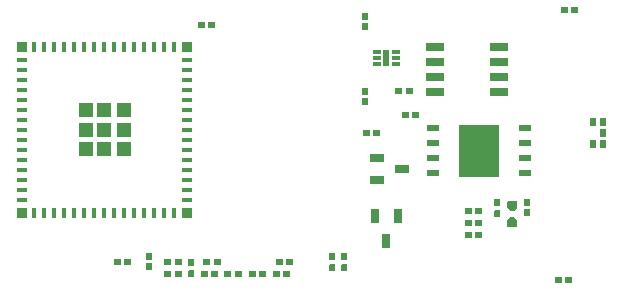
<source format=gbp>
G04 Layer: BottomPasteMaskLayer*
G04 EasyEDA v6.5.39, 2023-12-28 21:15:06*
G04 35ff57de02ea422eb169f7c644e1f47a,fc83978cdc934b7da63e149a84a413c2,10*
G04 Gerber Generator version 0.2*
G04 Scale: 100 percent, Rotated: No, Reflected: No *
G04 Dimensions in millimeters *
G04 leading zeros omitted , absolute positions ,4 integer and 5 decimal *
%FSLAX45Y45*%
%MOMM*%

%AMMACRO1*21,1,$1,$2,0,0,$3*%
%AMMACRO2*4,1,4,-0.4001,0.2,-0.4001,-0.2,0.4001,-0.2,0.4001,0.2,-0.4001,0.2,0*%
%AMMACRO3*4,1,4,-0.4001,0.1999,-0.4001,-0.1999,0.4001,-0.1999,0.4001,0.1999,-0.4001,0.1999,0*%
%AMMACRO4*4,1,4,-0.4001,0.2,-0.4001,-0.2,0.4,-0.2,0.4,0.2,-0.4001,0.2,0*%
%AMMACRO5*4,1,4,-0.4001,0.1999,-0.4001,-0.1999,0.4,-0.1999,0.4,0.1999,-0.4001,0.1999,0*%
%ADD10MACRO1,0.8001X0.8001X-90.0000*%
%ADD11MACRO1,0.8001X0.4001X-90.0000*%
%ADD12MACRO1,0.8001X0.4X-90.0000*%
%ADD13MACRO2*%
%ADD14MACRO3*%
%ADD15MACRO4*%
%ADD16MACRO5*%
%ADD17MACRO1,1.1999X1.1999X-90.0000*%
%ADD18MACRO1,0.7X0.3X0.0000*%
%ADD19MACRO1,1.3099X0.5499X-90.0000*%
%ADD20MACRO1,1.4999X0.65X0.0000*%
%ADD21MACRO1,0.95X0.4501X0.0000*%
%ADD22MACRO1,4.35X3.4501X-90.0000*%
%ADD23MACRO1,0.5999X0.522X90.0000*%
%ADD24MACRO1,1.1999X0.65X-90.0000*%
%ADD25MACRO1,1.1999X0.65X0.0000*%
%ADD26C,0.0111*%

%LPD*%
G36*
X2684526Y-658774D02*
G01*
X2680512Y-662787D01*
X2680512Y-708812D01*
X2684526Y-712774D01*
X2734564Y-712774D01*
X2738577Y-708812D01*
X2738577Y-662787D01*
X2734564Y-658774D01*
G37*
G36*
X2599436Y-658774D02*
G01*
X2595422Y-662787D01*
X2595422Y-708812D01*
X2599436Y-712774D01*
X2649524Y-712774D01*
X2653487Y-708812D01*
X2653487Y-662787D01*
X2649524Y-658774D01*
G37*
G36*
X2314600Y-2664917D02*
G01*
X2309622Y-2669895D01*
X2309622Y-2714904D01*
X2314600Y-2719882D01*
X2362606Y-2719882D01*
X2369616Y-2714904D01*
X2369616Y-2669895D01*
X2362606Y-2664917D01*
G37*
G36*
X2412593Y-2664917D02*
G01*
X2405583Y-2669895D01*
X2405583Y-2714904D01*
X2412593Y-2719882D01*
X2460599Y-2719882D01*
X2465578Y-2714904D01*
X2465578Y-2669895D01*
X2460599Y-2664917D01*
G37*
G36*
X2161387Y-2620822D02*
G01*
X2157425Y-2624836D01*
X2157425Y-2674874D01*
X2161387Y-2678887D01*
X2207412Y-2678887D01*
X2211425Y-2674874D01*
X2211425Y-2624836D01*
X2207412Y-2620822D01*
G37*
G36*
X2161387Y-2705912D02*
G01*
X2157425Y-2709875D01*
X2157425Y-2759964D01*
X2161387Y-2763977D01*
X2207412Y-2763977D01*
X2211425Y-2759964D01*
X2211425Y-2709875D01*
X2207412Y-2705912D01*
G37*
G36*
X5108295Y-2157171D02*
G01*
X5103317Y-2162200D01*
X5103317Y-2210206D01*
X5108295Y-2217216D01*
X5153304Y-2217216D01*
X5158282Y-2210206D01*
X5158282Y-2162200D01*
X5153304Y-2157171D01*
G37*
G36*
X5108295Y-2253183D02*
G01*
X5103317Y-2260193D01*
X5103317Y-2308199D01*
X5108295Y-2313178D01*
X5153304Y-2313178D01*
X5158282Y-2308199D01*
X5158282Y-2260193D01*
X5153304Y-2253183D01*
G37*
G36*
X5244439Y-2311146D02*
G01*
X5215077Y-2338578D01*
X5215077Y-2388920D01*
X5221478Y-2395321D01*
X5295087Y-2395321D01*
X5301488Y-2388920D01*
X5301488Y-2338578D01*
X5272074Y-2311146D01*
G37*
G36*
X5222595Y-2175459D02*
G01*
X5216194Y-2181860D01*
X5216194Y-2232152D01*
X5245557Y-2259584D01*
X5273243Y-2259584D01*
X5302605Y-2232152D01*
X5302605Y-2181860D01*
X5296204Y-2175459D01*
G37*
G36*
X5361787Y-2163622D02*
G01*
X5357825Y-2167636D01*
X5357825Y-2217674D01*
X5361787Y-2221687D01*
X5407812Y-2221687D01*
X5411825Y-2217674D01*
X5411825Y-2167636D01*
X5407812Y-2163622D01*
G37*
G36*
X5361787Y-2248712D02*
G01*
X5357825Y-2252675D01*
X5357825Y-2302764D01*
X5361787Y-2306777D01*
X5407812Y-2306777D01*
X5411825Y-2302764D01*
X5411825Y-2252675D01*
X5407812Y-2248712D01*
G37*
G36*
X4270400Y-1217117D02*
G01*
X4265422Y-1222095D01*
X4265422Y-1267104D01*
X4270400Y-1272082D01*
X4318406Y-1272082D01*
X4325416Y-1267104D01*
X4325416Y-1222095D01*
X4318406Y-1217117D01*
G37*
G36*
X4368393Y-1217117D02*
G01*
X4361383Y-1222095D01*
X4361383Y-1267104D01*
X4368393Y-1272082D01*
X4416399Y-1272082D01*
X4421378Y-1267104D01*
X4421378Y-1222095D01*
X4416399Y-1217117D01*
G37*
G36*
X4326636Y-1420774D02*
G01*
X4322622Y-1424787D01*
X4322622Y-1470812D01*
X4326636Y-1474774D01*
X4376724Y-1474774D01*
X4380687Y-1470812D01*
X4380687Y-1424787D01*
X4376724Y-1420774D01*
G37*
G36*
X4411726Y-1420774D02*
G01*
X4407712Y-1424787D01*
X4407712Y-1470812D01*
X4411726Y-1474774D01*
X4461764Y-1474774D01*
X4465777Y-1470812D01*
X4465777Y-1424787D01*
X4461764Y-1420774D01*
G37*
G36*
X4945126Y-2436774D02*
G01*
X4941112Y-2440787D01*
X4941112Y-2486812D01*
X4945126Y-2490774D01*
X4995164Y-2490774D01*
X4999177Y-2486812D01*
X4999177Y-2440787D01*
X4995164Y-2436774D01*
G37*
G36*
X4860036Y-2436774D02*
G01*
X4856022Y-2440787D01*
X4856022Y-2486812D01*
X4860036Y-2490774D01*
X4910124Y-2490774D01*
X4914087Y-2486812D01*
X4914087Y-2440787D01*
X4910124Y-2436774D01*
G37*
G36*
X4945126Y-2233574D02*
G01*
X4941112Y-2237587D01*
X4941112Y-2283612D01*
X4945126Y-2287574D01*
X4995164Y-2287574D01*
X4999177Y-2283612D01*
X4999177Y-2237587D01*
X4995164Y-2233574D01*
G37*
G36*
X4860036Y-2233574D02*
G01*
X4856022Y-2237587D01*
X4856022Y-2283612D01*
X4860036Y-2287574D01*
X4910124Y-2287574D01*
X4914087Y-2283612D01*
X4914087Y-2237587D01*
X4910124Y-2233574D01*
G37*
G36*
X3990187Y-1308912D02*
G01*
X3986225Y-1312875D01*
X3986225Y-1362964D01*
X3990187Y-1366977D01*
X4036212Y-1366977D01*
X4040225Y-1362964D01*
X4040225Y-1312875D01*
X4036212Y-1308912D01*
G37*
G36*
X3990187Y-1223822D02*
G01*
X3986225Y-1227836D01*
X3986225Y-1277874D01*
X3990187Y-1281887D01*
X4036212Y-1281887D01*
X4040225Y-1277874D01*
X4040225Y-1227836D01*
X4036212Y-1223822D01*
G37*
G36*
X3812895Y-2614371D02*
G01*
X3807917Y-2619400D01*
X3807917Y-2667406D01*
X3812895Y-2674416D01*
X3857904Y-2674416D01*
X3862882Y-2667406D01*
X3862882Y-2619400D01*
X3857904Y-2614371D01*
G37*
G36*
X3812895Y-2710383D02*
G01*
X3807917Y-2717393D01*
X3807917Y-2765399D01*
X3812895Y-2770378D01*
X3857904Y-2770378D01*
X3862882Y-2765399D01*
X3862882Y-2717393D01*
X3857904Y-2710383D01*
G37*
G36*
X5672836Y-531774D02*
G01*
X5668822Y-535787D01*
X5668822Y-581812D01*
X5672836Y-585774D01*
X5722924Y-585774D01*
X5726887Y-581812D01*
X5726887Y-535787D01*
X5722924Y-531774D01*
G37*
G36*
X5757926Y-531774D02*
G01*
X5753912Y-535787D01*
X5753912Y-581812D01*
X5757926Y-585774D01*
X5807964Y-585774D01*
X5811977Y-581812D01*
X5811977Y-535787D01*
X5807964Y-531774D01*
G37*
G36*
X3711295Y-2710383D02*
G01*
X3706317Y-2717393D01*
X3706317Y-2765399D01*
X3711295Y-2770378D01*
X3756304Y-2770378D01*
X3761282Y-2765399D01*
X3761282Y-2717393D01*
X3756304Y-2710383D01*
G37*
G36*
X3711295Y-2614422D02*
G01*
X3706317Y-2619400D01*
X3706317Y-2667406D01*
X3711295Y-2674416D01*
X3756304Y-2674416D01*
X3761282Y-2667406D01*
X3761282Y-2619400D01*
X3756304Y-2614422D01*
G37*
G36*
X5622036Y-2817774D02*
G01*
X5618022Y-2821787D01*
X5618022Y-2867812D01*
X5622036Y-2871774D01*
X5672124Y-2871774D01*
X5676087Y-2867812D01*
X5676087Y-2821787D01*
X5672124Y-2817774D01*
G37*
G36*
X5707126Y-2817774D02*
G01*
X5703112Y-2821787D01*
X5703112Y-2867812D01*
X5707126Y-2871774D01*
X5757164Y-2871774D01*
X5761177Y-2867812D01*
X5761177Y-2821787D01*
X5757164Y-2817774D01*
G37*
G36*
X3234436Y-2766974D02*
G01*
X3230422Y-2770987D01*
X3230422Y-2817012D01*
X3234436Y-2820974D01*
X3284524Y-2820974D01*
X3288487Y-2817012D01*
X3288487Y-2770987D01*
X3284524Y-2766974D01*
G37*
G36*
X3319526Y-2766974D02*
G01*
X3315512Y-2770987D01*
X3315512Y-2817012D01*
X3319526Y-2820974D01*
X3369564Y-2820974D01*
X3373577Y-2817012D01*
X3373577Y-2770987D01*
X3369564Y-2766974D01*
G37*
G36*
X3031236Y-2766974D02*
G01*
X3027222Y-2770987D01*
X3027222Y-2817012D01*
X3031236Y-2820974D01*
X3081324Y-2820974D01*
X3085287Y-2817012D01*
X3085287Y-2770987D01*
X3081324Y-2766974D01*
G37*
G36*
X3116326Y-2766974D02*
G01*
X3112312Y-2770987D01*
X3112312Y-2817012D01*
X3116326Y-2820974D01*
X3166364Y-2820974D01*
X3170377Y-2817012D01*
X3170377Y-2770987D01*
X3166364Y-2766974D01*
G37*
G36*
X4945126Y-2335174D02*
G01*
X4941112Y-2339187D01*
X4941112Y-2385212D01*
X4945126Y-2389174D01*
X4995164Y-2389174D01*
X4999177Y-2385212D01*
X4999177Y-2339187D01*
X4995164Y-2335174D01*
G37*
G36*
X4860036Y-2335174D02*
G01*
X4856022Y-2339187D01*
X4856022Y-2385212D01*
X4860036Y-2389174D01*
X4910124Y-2389174D01*
X4914087Y-2385212D01*
X4914087Y-2339187D01*
X4910124Y-2335174D01*
G37*
G36*
X3996436Y-1573174D02*
G01*
X3992422Y-1577187D01*
X3992422Y-1623212D01*
X3996436Y-1627174D01*
X4046524Y-1627174D01*
X4050487Y-1623212D01*
X4050487Y-1577187D01*
X4046524Y-1573174D01*
G37*
G36*
X4081526Y-1573174D02*
G01*
X4077512Y-1577187D01*
X4077512Y-1623212D01*
X4081526Y-1627174D01*
X4131564Y-1627174D01*
X4135577Y-1623212D01*
X4135577Y-1577187D01*
X4131564Y-1573174D01*
G37*
G36*
X2709926Y-2766974D02*
G01*
X2705912Y-2770987D01*
X2705912Y-2817012D01*
X2709926Y-2820974D01*
X2759964Y-2820974D01*
X2763977Y-2817012D01*
X2763977Y-2770987D01*
X2759964Y-2766974D01*
G37*
G36*
X2624836Y-2766974D02*
G01*
X2620822Y-2770987D01*
X2620822Y-2817012D01*
X2624836Y-2820974D01*
X2674924Y-2820974D01*
X2678887Y-2817012D01*
X2678887Y-2770987D01*
X2674924Y-2766974D01*
G37*
G36*
X2314600Y-2766517D02*
G01*
X2309622Y-2771495D01*
X2309622Y-2816504D01*
X2314600Y-2821482D01*
X2362606Y-2821482D01*
X2369616Y-2816504D01*
X2369616Y-2771495D01*
X2362606Y-2766517D01*
G37*
G36*
X2412593Y-2766517D02*
G01*
X2405583Y-2771495D01*
X2405583Y-2816504D01*
X2412593Y-2821482D01*
X2460599Y-2821482D01*
X2465578Y-2816504D01*
X2465578Y-2771495D01*
X2460599Y-2766517D01*
G37*
G36*
X3259836Y-2665374D02*
G01*
X3255822Y-2669387D01*
X3255822Y-2715412D01*
X3259836Y-2719374D01*
X3309924Y-2719374D01*
X3313887Y-2715412D01*
X3313887Y-2669387D01*
X3309924Y-2665374D01*
G37*
G36*
X3344926Y-2665374D02*
G01*
X3340912Y-2669387D01*
X3340912Y-2715412D01*
X3344926Y-2719374D01*
X3394964Y-2719374D01*
X3398977Y-2715412D01*
X3398977Y-2669387D01*
X3394964Y-2665374D01*
G37*
G36*
X2822600Y-2766517D02*
G01*
X2817622Y-2771495D01*
X2817622Y-2816504D01*
X2822600Y-2821482D01*
X2870606Y-2821482D01*
X2877616Y-2816504D01*
X2877616Y-2771495D01*
X2870606Y-2766517D01*
G37*
G36*
X2920593Y-2766517D02*
G01*
X2913583Y-2771495D01*
X2913583Y-2816504D01*
X2920593Y-2821482D01*
X2968599Y-2821482D01*
X2973578Y-2816504D01*
X2973578Y-2771495D01*
X2968599Y-2766517D01*
G37*
G36*
X1888236Y-2665374D02*
G01*
X1884222Y-2669387D01*
X1884222Y-2715412D01*
X1888236Y-2719374D01*
X1938324Y-2719374D01*
X1942287Y-2715412D01*
X1942287Y-2669387D01*
X1938324Y-2665374D01*
G37*
G36*
X1973325Y-2665374D02*
G01*
X1969312Y-2669387D01*
X1969312Y-2715412D01*
X1973325Y-2719374D01*
X2023364Y-2719374D01*
X2027377Y-2715412D01*
X2027377Y-2669387D01*
X2023364Y-2665374D01*
G37*
G36*
X2517495Y-2665171D02*
G01*
X2512517Y-2670200D01*
X2512517Y-2718206D01*
X2517495Y-2725216D01*
X2562504Y-2725216D01*
X2567482Y-2718206D01*
X2567482Y-2670200D01*
X2562504Y-2665171D01*
G37*
G36*
X2517495Y-2761183D02*
G01*
X2512517Y-2768193D01*
X2512517Y-2816199D01*
X2517495Y-2821178D01*
X2562504Y-2821178D01*
X2567482Y-2816199D01*
X2567482Y-2768193D01*
X2562504Y-2761183D01*
G37*
G36*
X3990187Y-673912D02*
G01*
X3986225Y-677875D01*
X3986225Y-727964D01*
X3990187Y-731977D01*
X4036212Y-731977D01*
X4040225Y-727964D01*
X4040225Y-677875D01*
X4036212Y-673912D01*
G37*
G36*
X3990187Y-588822D02*
G01*
X3986225Y-592836D01*
X3986225Y-642874D01*
X3990187Y-646887D01*
X4036212Y-646887D01*
X4040225Y-642874D01*
X4040225Y-592836D01*
X4036212Y-588822D01*
G37*
G36*
X2742793Y-2664917D02*
G01*
X2735783Y-2669895D01*
X2735783Y-2714904D01*
X2742793Y-2719882D01*
X2790799Y-2719882D01*
X2795828Y-2714904D01*
X2795828Y-2669895D01*
X2790799Y-2664917D01*
G37*
G36*
X2644800Y-2664917D02*
G01*
X2639822Y-2669895D01*
X2639822Y-2714904D01*
X2644800Y-2719882D01*
X2692806Y-2719882D01*
X2699816Y-2714904D01*
X2699816Y-2669895D01*
X2692806Y-2664917D01*
G37*
D10*
G01*
X1103401Y-874801D03*
G01*
X2503398Y-874801D03*
G01*
X1103401Y-2274798D03*
G01*
X2503398Y-2274798D03*
D11*
G01*
X1208417Y-874801D03*
G01*
X1293406Y-874801D03*
D12*
G01*
X1378419Y-874801D03*
D11*
G01*
X1463408Y-874801D03*
G01*
X1548422Y-874801D03*
D12*
G01*
X1633410Y-874801D03*
G01*
X1718424Y-874801D03*
D11*
G01*
X1803412Y-874801D03*
G01*
X1888401Y-874801D03*
D12*
G01*
X1973414Y-874801D03*
D11*
G01*
X2058403Y-874801D03*
G01*
X2143417Y-874801D03*
G01*
X2228405Y-874801D03*
G01*
X2313419Y-874801D03*
D12*
G01*
X2398407Y-874801D03*
D13*
G01*
X2503398Y-979792D03*
G01*
X2503398Y-1064806D03*
G01*
X2503398Y-1149794D03*
G01*
X2503398Y-1234808D03*
G01*
X2503398Y-1319796D03*
D14*
G01*
X2503398Y-1404797D03*
D13*
G01*
X2503398Y-1489798D03*
D14*
G01*
X2503398Y-1574800D03*
D13*
G01*
X2503398Y-1659801D03*
D14*
G01*
X2503398Y-1744802D03*
D13*
G01*
X2503398Y-1829803D03*
G01*
X2503398Y-1914791D03*
G01*
X2503398Y-1999805D03*
G01*
X2503398Y-2084793D03*
G01*
X2503398Y-2169807D03*
D12*
G01*
X2398407Y-2274798D03*
D11*
G01*
X2313419Y-2274798D03*
G01*
X2228405Y-2274798D03*
G01*
X2143417Y-2274798D03*
G01*
X2058403Y-2274798D03*
D12*
G01*
X1973414Y-2274798D03*
D11*
G01*
X1888401Y-2274798D03*
G01*
X1803412Y-2274798D03*
D12*
G01*
X1718424Y-2274798D03*
G01*
X1633410Y-2274798D03*
D11*
G01*
X1548422Y-2274798D03*
G01*
X1463408Y-2274798D03*
D12*
G01*
X1378419Y-2274798D03*
D11*
G01*
X1293406Y-2274798D03*
G01*
X1208417Y-2274798D03*
D15*
G01*
X1103401Y-2169807D03*
G01*
X1103401Y-2084793D03*
G01*
X1103401Y-1999805D03*
G01*
X1103401Y-1914791D03*
G01*
X1103401Y-1829803D03*
D16*
G01*
X1103401Y-1744802D03*
D15*
G01*
X1103401Y-1659801D03*
D16*
G01*
X1103401Y-1574800D03*
D15*
G01*
X1103401Y-1489798D03*
D16*
G01*
X1103401Y-1404797D03*
D15*
G01*
X1103401Y-1319796D03*
G01*
X1103401Y-1234808D03*
G01*
X1103401Y-1149794D03*
G01*
X1103401Y-1064806D03*
G01*
X1103401Y-979792D03*
D17*
G01*
X1651000Y-1409801D03*
G01*
X1803400Y-1574800D03*
G01*
X1651000Y-1574800D03*
G01*
X1651000Y-1739798D03*
G01*
X1803400Y-1739798D03*
G01*
X1968398Y-1739798D03*
G01*
X1968398Y-1574800D03*
G01*
X1968398Y-1409801D03*
G01*
X1803400Y-1409801D03*
D18*
G01*
X4110990Y-1015225D03*
G01*
X4110990Y-965212D03*
G01*
X4110990Y-915200D03*
G01*
X4271009Y-915200D03*
G01*
X4271009Y-965212D03*
G01*
X4271009Y-1015225D03*
D19*
G01*
X4191012Y-965212D03*
D20*
G01*
X4606810Y-1257312D03*
G01*
X4606810Y-1130312D03*
G01*
X4606810Y-1003312D03*
G01*
X4606810Y-876312D03*
G01*
X5146814Y-876312D03*
G01*
X5146814Y-1003312D03*
G01*
X5146814Y-1130312D03*
G01*
X5146814Y-1257312D03*
D21*
G01*
X4588408Y-1943100D03*
G01*
X4588408Y-1816100D03*
G01*
X4588408Y-1689100D03*
G01*
X4588408Y-1562100D03*
G01*
X5368391Y-1562100D03*
G01*
X5368391Y-1689100D03*
G01*
X5368391Y-1816100D03*
G01*
X5368391Y-1943100D03*
D22*
G01*
X4978412Y-1752600D03*
D23*
G01*
X6024003Y-1690192D03*
G01*
X5941809Y-1690192D03*
G01*
X5941809Y-1510207D03*
G01*
X6024003Y-1510207D03*
G01*
X6024003Y-1600200D03*
D24*
G01*
X4095000Y-2307996D03*
G01*
X4287024Y-2307996D03*
G01*
X4191012Y-2518003D03*
D25*
G01*
X4111396Y-2001024D03*
G01*
X4111396Y-1809000D03*
G01*
X4321403Y-1905012D03*
M02*

</source>
